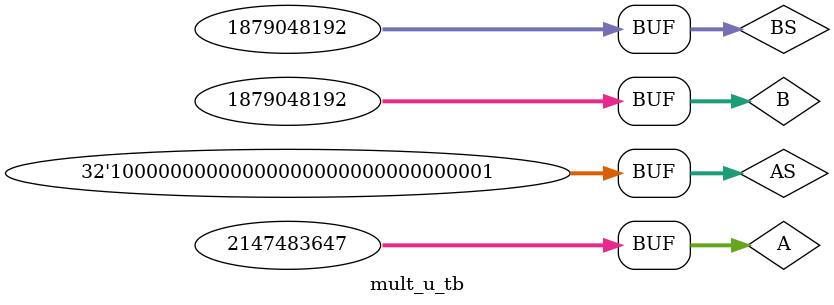
<source format=v>
`include "prj_definition.v"

module MULT32(HI, LO, A, B);
// output list
output [31:0] HI;
output [31:0] LO;
// input list
input [31:0] A;
input [31:0] B;

wire [31:0] Acomp,Amux,Bcomp,Bmux;
wire [63:0] HiLo,HiLoComp,productRes;
wire isNeg;

TWOSCOMP32 getAcomp(Acomp,A);
MUX32_2x1 muxA(Amux,A,Acomp,A[31]);

TWOSCOMP32 getBcomp(Bcomp,B);
MUX32_2x1 muxB(Bmux,B,Bcomp,B[31]);

xor getIsNeg(isNeg,A[31],B[31]);

MULT32_U mult(HiLo[63:32],HiLo[31:0],Amux,Bmux);
TWOSCOMP64 compHiLo(HiLoComp,HiLo);
MUX64_2x1 muxHiLo(productRes,HiLo,HiLoComp,isNeg);

AND32_2x1 loadHi(HI,productRes[63:32],{32{1'b1}});
AND32_2x1 loadLo(LO,productRes[31:0],{32{1'b1}});

endmodule

module MULT32_U(HI, LO, A, B);
// output list
output [31:0] HI;
output [31:0] LO;
// input list
input [31:0] A;
input [31:0] B;

wire [31:0]carryResult;
wire [31:0]result[31:0];

AND32_2x1 firstAnd(.Y(result[0]),.A(A),.B({32{B[0]}}));
buf getLo(LO[0],result[0][0]);
buf getCarryOut(carryResult[0],1'b0);

 
genvar i;
generate 
for(i=1;i<32;i=i+1)
begin: MULT32_U_gen_loop
	wire[31:0]andResult;//initialize a new local wire every loop
	AND32_2x1 Andn(andResult,A,{32{B[i]}});
	RC_ADD_SUB_32 adder(result[i],carryResult[i],andResult,{carryResult[i-1],{result[i-1][31:1]}},1'b0);
	buf getnLo(LO[i],result[i][0]);
end
endgenerate

AND32_2x1 getHi(HI,{carryResult[31],{result[31][31:1]}},{32{1'b1}});

endmodule

`include "prj_definition.v"
module mult_u_tb;
wire [31:0]HI,LO;
reg [31:0]A,B;

wire [31:0]HIS,LOS;
reg [31:0]AS,BS;


MULT32 mults(.HI(HIS), .LO(LOS), .A(AS), .B(BS));
MULT32_U mult(.HI(HI),.LO(LO), .A(A), .B(B));
initial
begin
#5
A=32'h7FFFFFFF;B=32'h70000000;
AS=32'h80000001;BS=32'h70000000;
end
endmodule
</source>
